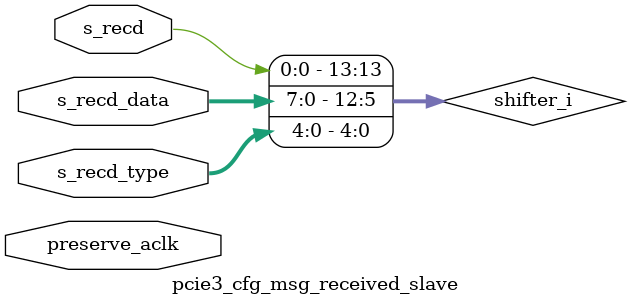
<source format=v>
module pcie3_cfg_msg_received_slave
#(
parameter integer C_RECD_WIDTH = 1,
parameter integer C_HAS_RECD = 1,
parameter integer C_RECD_DATA_WIDTH = 8,
parameter integer C_HAS_RECD_DATA = 1,
parameter integer C_RECD_TYPE_WIDTH = 5,
parameter integer C_HAS_RECD_TYPE = 1
)
(
(* X_INTERFACE_INFO = "xilinx.com:interface:pcie3_cfg_msg_received_rtl:1.0 S_PCIE3_CFG_MSG_RECEIVED recd " *)
input wire [((C_RECD_WIDTH>0)?C_RECD_WIDTH:1)-1:0] s_recd,
(* X_INTERFACE_INFO = "xilinx.com:interface:pcie3_cfg_msg_received_rtl:1.0 S_PCIE3_CFG_MSG_RECEIVED recd_data " *)
input wire [((C_RECD_DATA_WIDTH>0)?C_RECD_DATA_WIDTH:1)-1:0] s_recd_data,
(* X_INTERFACE_INFO = "xilinx.com:interface:pcie3_cfg_msg_received_rtl:1.0 S_PCIE3_CFG_MSG_RECEIVED recd_type " *)
input wire [((C_RECD_TYPE_WIDTH>0)?C_RECD_TYPE_WIDTH:1)-1:0] s_recd_type,
input wire preserve_aclk
);
localparam LP_INPUTS_WIDTH =  (C_RECD_WIDTH+C_RECD_DATA_WIDTH+C_RECD_TYPE_WIDTH);
localparam LP_SHIFTER_WIDTH = (LP_INPUTS_WIDTH >= 4) ? LP_INPUTS_WIDTH : 4;
(* dont_touch = "true" *) wire shifter_o;
(* dont_touch = "true" *) wire [LP_SHIFTER_WIDTH-1:0] shifter_i;
(* dont_touch = "true" *) reg [LP_SHIFTER_WIDTH-1:0] shifter_d;
assign shifter_i = { s_recd,s_recd_data,s_recd_type };
always @(posedge preserve_aclk) begin
   if (shifter_d[0] === 1'b1) begin
   	shifter_d <= shifter_i;
   end else begin
   	shifter_d <= {shifter_d[0], shifter_d[1+:(LP_SHIFTER_WIDTH-1)]};
   end
end
assign shifter_o = shifter_d[0];
endmodule

</source>
